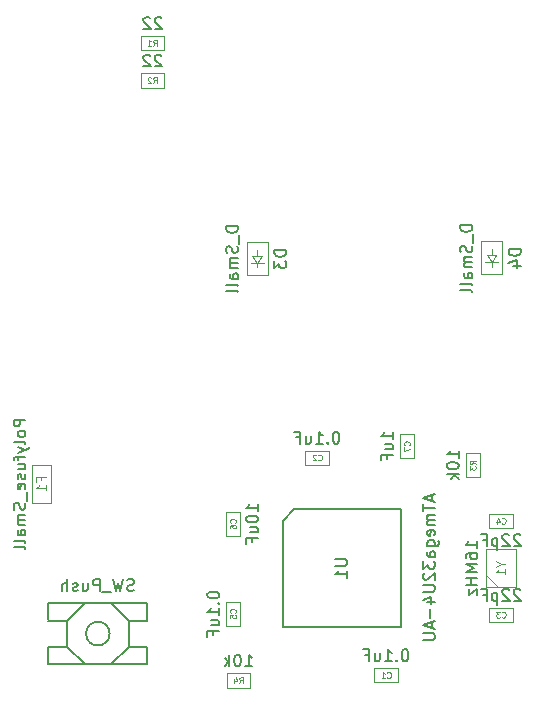
<source format=gbr>
G04 #@! TF.GenerationSoftware,KiCad,Pcbnew,(5.1.4)-1*
G04 #@! TF.CreationDate,2023-01-16T00:03:53+01:00*
G04 #@! TF.ProjectId,2ButtonKeyboardPCB,32427574-746f-46e4-9b65-79626f617264,rev?*
G04 #@! TF.SameCoordinates,Original*
G04 #@! TF.FileFunction,Other,Fab,Bot*
%FSLAX46Y46*%
G04 Gerber Fmt 4.6, Leading zero omitted, Abs format (unit mm)*
G04 Created by KiCad (PCBNEW (5.1.4)-1) date 2023-01-16 00:03:53*
%MOMM*%
%LPD*%
G04 APERTURE LIST*
%ADD10C,0.100000*%
%ADD11C,0.150000*%
%ADD12C,0.105000*%
%ADD13C,0.080000*%
%ADD14C,0.120000*%
G04 APERTURE END LIST*
D10*
X169968750Y-72043750D02*
X169968750Y-69243750D01*
X169968750Y-69243750D02*
X168168750Y-69243750D01*
X168168750Y-69243750D02*
X168168750Y-72043750D01*
X168168750Y-72043750D02*
X169968750Y-72043750D01*
X169068750Y-71393750D02*
X169068750Y-70993750D01*
X169068750Y-70993750D02*
X169618750Y-70993750D01*
X169068750Y-70993750D02*
X168518750Y-70993750D01*
X169068750Y-70993750D02*
X169468750Y-70393750D01*
X169468750Y-70393750D02*
X168668750Y-70393750D01*
X168668750Y-70393750D02*
X169068750Y-70993750D01*
X169068750Y-70393750D02*
X169068750Y-69893750D01*
X189812500Y-71981250D02*
X189812500Y-69181250D01*
X189812500Y-69181250D02*
X188012500Y-69181250D01*
X188012500Y-69181250D02*
X188012500Y-71981250D01*
X188012500Y-71981250D02*
X189812500Y-71981250D01*
X188912500Y-71331250D02*
X188912500Y-70931250D01*
X188912500Y-70931250D02*
X189462500Y-70931250D01*
X188912500Y-70931250D02*
X188362500Y-70931250D01*
X188912500Y-70931250D02*
X189312500Y-70331250D01*
X189312500Y-70331250D02*
X188512500Y-70331250D01*
X188512500Y-70331250D02*
X188912500Y-70931250D01*
X188912500Y-70331250D02*
X188912500Y-69831250D01*
X189456250Y-98437500D02*
X188456250Y-97437500D01*
X190956250Y-95237500D02*
X190956250Y-98437500D01*
X188456250Y-95237500D02*
X190956250Y-95237500D01*
X188456250Y-98437500D02*
X188456250Y-95237500D01*
X190956250Y-98437500D02*
X188456250Y-98437500D01*
D11*
X172212500Y-91837500D02*
X171212500Y-92837500D01*
X181212500Y-91837500D02*
X172212500Y-91837500D01*
X181212500Y-101837500D02*
X181212500Y-91837500D01*
X171212500Y-101837500D02*
X181212500Y-101837500D01*
X171212500Y-92837500D02*
X171212500Y-101837500D01*
X159775000Y-99793750D02*
X151375000Y-99793750D01*
X151375000Y-99793750D02*
X151375000Y-101193750D01*
X151375000Y-101293750D02*
X152975000Y-101293750D01*
X152975000Y-101293750D02*
X152975000Y-103493750D01*
X152975000Y-103493750D02*
X151375000Y-103493750D01*
X151375000Y-103493750D02*
X151375000Y-104993750D01*
X151375000Y-104993750D02*
X159775000Y-104993750D01*
X159775000Y-104993750D02*
X159775000Y-103493750D01*
X159775000Y-103493750D02*
X158175000Y-103493750D01*
X158175000Y-103493750D02*
X158175000Y-101293750D01*
X158175000Y-101293750D02*
X159775000Y-101293750D01*
X159775000Y-101293750D02*
X159775000Y-99793750D01*
X156575000Y-102393750D02*
G75*
G03X156575000Y-102393750I-1000000J0D01*
G01*
X158175000Y-101293750D02*
X156675000Y-99793750D01*
X152975000Y-101293750D02*
X154475000Y-99793750D01*
X152975000Y-103493750D02*
X154475000Y-104993750D01*
X158175000Y-103493750D02*
X156675000Y-104993750D01*
D10*
X168481250Y-105762500D02*
X166481250Y-105762500D01*
X168481250Y-106962500D02*
X168481250Y-105762500D01*
X166481250Y-106962500D02*
X168481250Y-106962500D01*
X166481250Y-105762500D02*
X166481250Y-106962500D01*
X186725000Y-87106250D02*
X186725000Y-89106250D01*
X187925000Y-87106250D02*
X186725000Y-87106250D01*
X187925000Y-89106250D02*
X187925000Y-87106250D01*
X186725000Y-89106250D02*
X187925000Y-89106250D01*
X161193750Y-54962500D02*
X159193750Y-54962500D01*
X161193750Y-56162500D02*
X161193750Y-54962500D01*
X159193750Y-56162500D02*
X161193750Y-56162500D01*
X159193750Y-54962500D02*
X159193750Y-56162500D01*
X161193750Y-51787500D02*
X159193750Y-51787500D01*
X161193750Y-52987500D02*
X161193750Y-51787500D01*
X159193750Y-52987500D02*
X161193750Y-52987500D01*
X159193750Y-51787500D02*
X159193750Y-52987500D01*
X150012500Y-88093750D02*
X150012500Y-91293750D01*
X151612500Y-88093750D02*
X150012500Y-88093750D01*
X151612500Y-91293750D02*
X151612500Y-88093750D01*
X150012500Y-91293750D02*
X151612500Y-91293750D01*
X181168750Y-85518750D02*
X181168750Y-87518750D01*
X182368750Y-85518750D02*
X181168750Y-85518750D01*
X182368750Y-87518750D02*
X182368750Y-85518750D01*
X181168750Y-87518750D02*
X182368750Y-87518750D01*
X167636750Y-94091000D02*
X167636750Y-92091000D01*
X166436750Y-94091000D02*
X167636750Y-94091000D01*
X166436750Y-92091000D02*
X166436750Y-94091000D01*
X167636750Y-92091000D02*
X166436750Y-92091000D01*
X166436750Y-99711000D02*
X166436750Y-101711000D01*
X167636750Y-99711000D02*
X166436750Y-99711000D01*
X167636750Y-101711000D02*
X167636750Y-99711000D01*
X166436750Y-101711000D02*
X167636750Y-101711000D01*
X188706250Y-93468750D02*
X190706250Y-93468750D01*
X188706250Y-92268750D02*
X188706250Y-93468750D01*
X190706250Y-92268750D02*
X188706250Y-92268750D01*
X190706250Y-93468750D02*
X190706250Y-92268750D01*
X190706250Y-100206250D02*
X188706250Y-100206250D01*
X190706250Y-101406250D02*
X190706250Y-100206250D01*
X188706250Y-101406250D02*
X190706250Y-101406250D01*
X188706250Y-100206250D02*
X188706250Y-101406250D01*
X175148750Y-86903000D02*
X173148750Y-86903000D01*
X175148750Y-88103000D02*
X175148750Y-86903000D01*
X173148750Y-88103000D02*
X175148750Y-88103000D01*
X173148750Y-86903000D02*
X173148750Y-88103000D01*
X180990750Y-105318000D02*
X178990750Y-105318000D01*
X180990750Y-106518000D02*
X180990750Y-105318000D01*
X178990750Y-106518000D02*
X180990750Y-106518000D01*
X178990750Y-105318000D02*
X178990750Y-106518000D01*
D11*
X167421130Y-67881845D02*
X166421130Y-67881845D01*
X166421130Y-68119940D01*
X166468750Y-68262797D01*
X166563988Y-68358035D01*
X166659226Y-68405654D01*
X166849702Y-68453273D01*
X166992559Y-68453273D01*
X167183035Y-68405654D01*
X167278273Y-68358035D01*
X167373511Y-68262797D01*
X167421130Y-68119940D01*
X167421130Y-67881845D01*
X167516369Y-68643750D02*
X167516369Y-69405654D01*
X167373511Y-69596130D02*
X167421130Y-69738988D01*
X167421130Y-69977083D01*
X167373511Y-70072321D01*
X167325892Y-70119940D01*
X167230654Y-70167559D01*
X167135416Y-70167559D01*
X167040178Y-70119940D01*
X166992559Y-70072321D01*
X166944940Y-69977083D01*
X166897321Y-69786607D01*
X166849702Y-69691369D01*
X166802083Y-69643750D01*
X166706845Y-69596130D01*
X166611607Y-69596130D01*
X166516369Y-69643750D01*
X166468750Y-69691369D01*
X166421130Y-69786607D01*
X166421130Y-70024702D01*
X166468750Y-70167559D01*
X167421130Y-70596130D02*
X166754464Y-70596130D01*
X166849702Y-70596130D02*
X166802083Y-70643750D01*
X166754464Y-70738988D01*
X166754464Y-70881845D01*
X166802083Y-70977083D01*
X166897321Y-71024702D01*
X167421130Y-71024702D01*
X166897321Y-71024702D02*
X166802083Y-71072321D01*
X166754464Y-71167559D01*
X166754464Y-71310416D01*
X166802083Y-71405654D01*
X166897321Y-71453273D01*
X167421130Y-71453273D01*
X167421130Y-72358035D02*
X166897321Y-72358035D01*
X166802083Y-72310416D01*
X166754464Y-72215178D01*
X166754464Y-72024702D01*
X166802083Y-71929464D01*
X167373511Y-72358035D02*
X167421130Y-72262797D01*
X167421130Y-72024702D01*
X167373511Y-71929464D01*
X167278273Y-71881845D01*
X167183035Y-71881845D01*
X167087797Y-71929464D01*
X167040178Y-72024702D01*
X167040178Y-72262797D01*
X166992559Y-72358035D01*
X167421130Y-72977083D02*
X167373511Y-72881845D01*
X167278273Y-72834226D01*
X166421130Y-72834226D01*
X167421130Y-73500892D02*
X167373511Y-73405654D01*
X167278273Y-73358035D01*
X166421130Y-73358035D01*
X171521130Y-69905654D02*
X170521130Y-69905654D01*
X170521130Y-70143750D01*
X170568750Y-70286607D01*
X170663988Y-70381845D01*
X170759226Y-70429464D01*
X170949702Y-70477083D01*
X171092559Y-70477083D01*
X171283035Y-70429464D01*
X171378273Y-70381845D01*
X171473511Y-70286607D01*
X171521130Y-70143750D01*
X171521130Y-69905654D01*
X170521130Y-70810416D02*
X170521130Y-71429464D01*
X170902083Y-71096130D01*
X170902083Y-71238988D01*
X170949702Y-71334226D01*
X170997321Y-71381845D01*
X171092559Y-71429464D01*
X171330654Y-71429464D01*
X171425892Y-71381845D01*
X171473511Y-71334226D01*
X171521130Y-71238988D01*
X171521130Y-70953273D01*
X171473511Y-70858035D01*
X171425892Y-70810416D01*
X187264880Y-67819345D02*
X186264880Y-67819345D01*
X186264880Y-68057440D01*
X186312500Y-68200297D01*
X186407738Y-68295535D01*
X186502976Y-68343154D01*
X186693452Y-68390773D01*
X186836309Y-68390773D01*
X187026785Y-68343154D01*
X187122023Y-68295535D01*
X187217261Y-68200297D01*
X187264880Y-68057440D01*
X187264880Y-67819345D01*
X187360119Y-68581250D02*
X187360119Y-69343154D01*
X187217261Y-69533630D02*
X187264880Y-69676488D01*
X187264880Y-69914583D01*
X187217261Y-70009821D01*
X187169642Y-70057440D01*
X187074404Y-70105059D01*
X186979166Y-70105059D01*
X186883928Y-70057440D01*
X186836309Y-70009821D01*
X186788690Y-69914583D01*
X186741071Y-69724107D01*
X186693452Y-69628869D01*
X186645833Y-69581250D01*
X186550595Y-69533630D01*
X186455357Y-69533630D01*
X186360119Y-69581250D01*
X186312500Y-69628869D01*
X186264880Y-69724107D01*
X186264880Y-69962202D01*
X186312500Y-70105059D01*
X187264880Y-70533630D02*
X186598214Y-70533630D01*
X186693452Y-70533630D02*
X186645833Y-70581250D01*
X186598214Y-70676488D01*
X186598214Y-70819345D01*
X186645833Y-70914583D01*
X186741071Y-70962202D01*
X187264880Y-70962202D01*
X186741071Y-70962202D02*
X186645833Y-71009821D01*
X186598214Y-71105059D01*
X186598214Y-71247916D01*
X186645833Y-71343154D01*
X186741071Y-71390773D01*
X187264880Y-71390773D01*
X187264880Y-72295535D02*
X186741071Y-72295535D01*
X186645833Y-72247916D01*
X186598214Y-72152678D01*
X186598214Y-71962202D01*
X186645833Y-71866964D01*
X187217261Y-72295535D02*
X187264880Y-72200297D01*
X187264880Y-71962202D01*
X187217261Y-71866964D01*
X187122023Y-71819345D01*
X187026785Y-71819345D01*
X186931547Y-71866964D01*
X186883928Y-71962202D01*
X186883928Y-72200297D01*
X186836309Y-72295535D01*
X187264880Y-72914583D02*
X187217261Y-72819345D01*
X187122023Y-72771726D01*
X186264880Y-72771726D01*
X187264880Y-73438392D02*
X187217261Y-73343154D01*
X187122023Y-73295535D01*
X186264880Y-73295535D01*
X191364880Y-69843154D02*
X190364880Y-69843154D01*
X190364880Y-70081250D01*
X190412500Y-70224107D01*
X190507738Y-70319345D01*
X190602976Y-70366964D01*
X190793452Y-70414583D01*
X190936309Y-70414583D01*
X191126785Y-70366964D01*
X191222023Y-70319345D01*
X191317261Y-70224107D01*
X191364880Y-70081250D01*
X191364880Y-69843154D01*
X190698214Y-71271726D02*
X191364880Y-71271726D01*
X190317261Y-71033630D02*
X191031547Y-70795535D01*
X191031547Y-71414583D01*
X187708630Y-95147023D02*
X187708630Y-94575595D01*
X187708630Y-94861309D02*
X186708630Y-94861309D01*
X186851488Y-94766071D01*
X186946726Y-94670833D01*
X186994345Y-94575595D01*
X186708630Y-96004166D02*
X186708630Y-95813690D01*
X186756250Y-95718452D01*
X186803869Y-95670833D01*
X186946726Y-95575595D01*
X187137202Y-95527976D01*
X187518154Y-95527976D01*
X187613392Y-95575595D01*
X187661011Y-95623214D01*
X187708630Y-95718452D01*
X187708630Y-95908928D01*
X187661011Y-96004166D01*
X187613392Y-96051785D01*
X187518154Y-96099404D01*
X187280059Y-96099404D01*
X187184821Y-96051785D01*
X187137202Y-96004166D01*
X187089583Y-95908928D01*
X187089583Y-95718452D01*
X187137202Y-95623214D01*
X187184821Y-95575595D01*
X187280059Y-95527976D01*
X187708630Y-96527976D02*
X186708630Y-96527976D01*
X187422916Y-96861309D01*
X186708630Y-97194642D01*
X187708630Y-97194642D01*
X187708630Y-97670833D02*
X186708630Y-97670833D01*
X187184821Y-97670833D02*
X187184821Y-98242261D01*
X187708630Y-98242261D02*
X186708630Y-98242261D01*
X187041964Y-98623214D02*
X187041964Y-99147023D01*
X187708630Y-98623214D01*
X187708630Y-99147023D01*
D12*
X189689583Y-96504166D02*
X190022916Y-96504166D01*
X189322916Y-96270833D02*
X189689583Y-96504166D01*
X189322916Y-96737500D01*
X190022916Y-97337500D02*
X190022916Y-96937500D01*
X190022916Y-97137500D02*
X189322916Y-97137500D01*
X189422916Y-97070833D01*
X189489583Y-97004166D01*
X189522916Y-96937500D01*
D11*
X183829166Y-90694642D02*
X183829166Y-91170833D01*
X184114880Y-90599404D02*
X183114880Y-90932738D01*
X184114880Y-91266071D01*
X183114880Y-91456547D02*
X183114880Y-92027976D01*
X184114880Y-91742261D02*
X183114880Y-91742261D01*
X184114880Y-92361309D02*
X183448214Y-92361309D01*
X183543452Y-92361309D02*
X183495833Y-92408928D01*
X183448214Y-92504166D01*
X183448214Y-92647023D01*
X183495833Y-92742261D01*
X183591071Y-92789880D01*
X184114880Y-92789880D01*
X183591071Y-92789880D02*
X183495833Y-92837500D01*
X183448214Y-92932738D01*
X183448214Y-93075595D01*
X183495833Y-93170833D01*
X183591071Y-93218452D01*
X184114880Y-93218452D01*
X184067261Y-94075595D02*
X184114880Y-93980357D01*
X184114880Y-93789880D01*
X184067261Y-93694642D01*
X183972023Y-93647023D01*
X183591071Y-93647023D01*
X183495833Y-93694642D01*
X183448214Y-93789880D01*
X183448214Y-93980357D01*
X183495833Y-94075595D01*
X183591071Y-94123214D01*
X183686309Y-94123214D01*
X183781547Y-93647023D01*
X183448214Y-94980357D02*
X184257738Y-94980357D01*
X184352976Y-94932738D01*
X184400595Y-94885119D01*
X184448214Y-94789880D01*
X184448214Y-94647023D01*
X184400595Y-94551785D01*
X184067261Y-94980357D02*
X184114880Y-94885119D01*
X184114880Y-94694642D01*
X184067261Y-94599404D01*
X184019642Y-94551785D01*
X183924404Y-94504166D01*
X183638690Y-94504166D01*
X183543452Y-94551785D01*
X183495833Y-94599404D01*
X183448214Y-94694642D01*
X183448214Y-94885119D01*
X183495833Y-94980357D01*
X184114880Y-95885119D02*
X183591071Y-95885119D01*
X183495833Y-95837500D01*
X183448214Y-95742261D01*
X183448214Y-95551785D01*
X183495833Y-95456547D01*
X184067261Y-95885119D02*
X184114880Y-95789880D01*
X184114880Y-95551785D01*
X184067261Y-95456547D01*
X183972023Y-95408928D01*
X183876785Y-95408928D01*
X183781547Y-95456547D01*
X183733928Y-95551785D01*
X183733928Y-95789880D01*
X183686309Y-95885119D01*
X183114880Y-96266071D02*
X183114880Y-96885119D01*
X183495833Y-96551785D01*
X183495833Y-96694642D01*
X183543452Y-96789880D01*
X183591071Y-96837500D01*
X183686309Y-96885119D01*
X183924404Y-96885119D01*
X184019642Y-96837500D01*
X184067261Y-96789880D01*
X184114880Y-96694642D01*
X184114880Y-96408928D01*
X184067261Y-96313690D01*
X184019642Y-96266071D01*
X183210119Y-97266071D02*
X183162500Y-97313690D01*
X183114880Y-97408928D01*
X183114880Y-97647023D01*
X183162500Y-97742261D01*
X183210119Y-97789880D01*
X183305357Y-97837500D01*
X183400595Y-97837500D01*
X183543452Y-97789880D01*
X184114880Y-97218452D01*
X184114880Y-97837500D01*
X183114880Y-98266071D02*
X183924404Y-98266071D01*
X184019642Y-98313690D01*
X184067261Y-98361309D01*
X184114880Y-98456547D01*
X184114880Y-98647023D01*
X184067261Y-98742261D01*
X184019642Y-98789880D01*
X183924404Y-98837500D01*
X183114880Y-98837500D01*
X183448214Y-99742261D02*
X184114880Y-99742261D01*
X183067261Y-99504166D02*
X183781547Y-99266071D01*
X183781547Y-99885119D01*
X183733928Y-100266071D02*
X183733928Y-101027976D01*
X183829166Y-101456547D02*
X183829166Y-101932738D01*
X184114880Y-101361309D02*
X183114880Y-101694642D01*
X184114880Y-102027976D01*
X183114880Y-102361309D02*
X183924404Y-102361309D01*
X184019642Y-102408928D01*
X184067261Y-102456547D01*
X184114880Y-102551785D01*
X184114880Y-102742261D01*
X184067261Y-102837500D01*
X184019642Y-102885119D01*
X183924404Y-102932738D01*
X183114880Y-102932738D01*
X175664880Y-96075595D02*
X176474404Y-96075595D01*
X176569642Y-96123214D01*
X176617261Y-96170833D01*
X176664880Y-96266071D01*
X176664880Y-96456547D01*
X176617261Y-96551785D01*
X176569642Y-96599404D01*
X176474404Y-96647023D01*
X175664880Y-96647023D01*
X176664880Y-97647023D02*
X176664880Y-97075595D01*
X176664880Y-97361309D02*
X175664880Y-97361309D01*
X175807738Y-97266071D01*
X175902976Y-97170833D01*
X175950595Y-97075595D01*
X158622619Y-98734511D02*
X158479761Y-98782130D01*
X158241666Y-98782130D01*
X158146428Y-98734511D01*
X158098809Y-98686892D01*
X158051190Y-98591654D01*
X158051190Y-98496416D01*
X158098809Y-98401178D01*
X158146428Y-98353559D01*
X158241666Y-98305940D01*
X158432142Y-98258321D01*
X158527380Y-98210702D01*
X158575000Y-98163083D01*
X158622619Y-98067845D01*
X158622619Y-97972607D01*
X158575000Y-97877369D01*
X158527380Y-97829750D01*
X158432142Y-97782130D01*
X158194047Y-97782130D01*
X158051190Y-97829750D01*
X157717857Y-97782130D02*
X157479761Y-98782130D01*
X157289285Y-98067845D01*
X157098809Y-98782130D01*
X156860714Y-97782130D01*
X156717857Y-98877369D02*
X155955952Y-98877369D01*
X155717857Y-98782130D02*
X155717857Y-97782130D01*
X155336904Y-97782130D01*
X155241666Y-97829750D01*
X155194047Y-97877369D01*
X155146428Y-97972607D01*
X155146428Y-98115464D01*
X155194047Y-98210702D01*
X155241666Y-98258321D01*
X155336904Y-98305940D01*
X155717857Y-98305940D01*
X154289285Y-98115464D02*
X154289285Y-98782130D01*
X154717857Y-98115464D02*
X154717857Y-98639273D01*
X154670238Y-98734511D01*
X154575000Y-98782130D01*
X154432142Y-98782130D01*
X154336904Y-98734511D01*
X154289285Y-98686892D01*
X153860714Y-98734511D02*
X153765476Y-98782130D01*
X153575000Y-98782130D01*
X153479761Y-98734511D01*
X153432142Y-98639273D01*
X153432142Y-98591654D01*
X153479761Y-98496416D01*
X153575000Y-98448797D01*
X153717857Y-98448797D01*
X153813095Y-98401178D01*
X153860714Y-98305940D01*
X153860714Y-98258321D01*
X153813095Y-98163083D01*
X153717857Y-98115464D01*
X153575000Y-98115464D01*
X153479761Y-98163083D01*
X153003571Y-98782130D02*
X153003571Y-97782130D01*
X152575000Y-98782130D02*
X152575000Y-98258321D01*
X152622619Y-98163083D01*
X152717857Y-98115464D01*
X152860714Y-98115464D01*
X152955952Y-98163083D01*
X153003571Y-98210702D01*
X168076488Y-105164880D02*
X168647916Y-105164880D01*
X168362202Y-105164880D02*
X168362202Y-104164880D01*
X168457440Y-104307738D01*
X168552678Y-104402976D01*
X168647916Y-104450595D01*
X167457440Y-104164880D02*
X167362202Y-104164880D01*
X167266964Y-104212500D01*
X167219345Y-104260119D01*
X167171726Y-104355357D01*
X167124107Y-104545833D01*
X167124107Y-104783928D01*
X167171726Y-104974404D01*
X167219345Y-105069642D01*
X167266964Y-105117261D01*
X167362202Y-105164880D01*
X167457440Y-105164880D01*
X167552678Y-105117261D01*
X167600297Y-105069642D01*
X167647916Y-104974404D01*
X167695535Y-104783928D01*
X167695535Y-104545833D01*
X167647916Y-104355357D01*
X167600297Y-104260119D01*
X167552678Y-104212500D01*
X167457440Y-104164880D01*
X166695535Y-105164880D02*
X166695535Y-104164880D01*
X166600297Y-104783928D02*
X166314583Y-105164880D01*
X166314583Y-104498214D02*
X166695535Y-104879166D01*
D13*
X167564583Y-106588690D02*
X167731250Y-106350595D01*
X167850297Y-106588690D02*
X167850297Y-106088690D01*
X167659821Y-106088690D01*
X167612202Y-106112500D01*
X167588392Y-106136309D01*
X167564583Y-106183928D01*
X167564583Y-106255357D01*
X167588392Y-106302976D01*
X167612202Y-106326785D01*
X167659821Y-106350595D01*
X167850297Y-106350595D01*
X167136011Y-106255357D02*
X167136011Y-106588690D01*
X167255059Y-106064880D02*
X167374107Y-106422023D01*
X167064583Y-106422023D01*
D11*
X186127380Y-87511011D02*
X186127380Y-86939583D01*
X186127380Y-87225297D02*
X185127380Y-87225297D01*
X185270238Y-87130059D01*
X185365476Y-87034821D01*
X185413095Y-86939583D01*
X185127380Y-88130059D02*
X185127380Y-88225297D01*
X185175000Y-88320535D01*
X185222619Y-88368154D01*
X185317857Y-88415773D01*
X185508333Y-88463392D01*
X185746428Y-88463392D01*
X185936904Y-88415773D01*
X186032142Y-88368154D01*
X186079761Y-88320535D01*
X186127380Y-88225297D01*
X186127380Y-88130059D01*
X186079761Y-88034821D01*
X186032142Y-87987202D01*
X185936904Y-87939583D01*
X185746428Y-87891964D01*
X185508333Y-87891964D01*
X185317857Y-87939583D01*
X185222619Y-87987202D01*
X185175000Y-88034821D01*
X185127380Y-88130059D01*
X186127380Y-88891964D02*
X185127380Y-88891964D01*
X185746428Y-88987202D02*
X186127380Y-89272916D01*
X185460714Y-89272916D02*
X185841666Y-88891964D01*
D13*
X187551190Y-88022916D02*
X187313095Y-87856250D01*
X187551190Y-87737202D02*
X187051190Y-87737202D01*
X187051190Y-87927678D01*
X187075000Y-87975297D01*
X187098809Y-87999107D01*
X187146428Y-88022916D01*
X187217857Y-88022916D01*
X187265476Y-87999107D01*
X187289285Y-87975297D01*
X187313095Y-87927678D01*
X187313095Y-87737202D01*
X187051190Y-88189583D02*
X187051190Y-88499107D01*
X187241666Y-88332440D01*
X187241666Y-88403869D01*
X187265476Y-88451488D01*
X187289285Y-88475297D01*
X187336904Y-88499107D01*
X187455952Y-88499107D01*
X187503571Y-88475297D01*
X187527380Y-88451488D01*
X187551190Y-88403869D01*
X187551190Y-88261011D01*
X187527380Y-88213392D01*
X187503571Y-88189583D01*
D11*
X160955654Y-53460119D02*
X160908035Y-53412500D01*
X160812797Y-53364880D01*
X160574702Y-53364880D01*
X160479464Y-53412500D01*
X160431845Y-53460119D01*
X160384226Y-53555357D01*
X160384226Y-53650595D01*
X160431845Y-53793452D01*
X161003273Y-54364880D01*
X160384226Y-54364880D01*
X160003273Y-53460119D02*
X159955654Y-53412500D01*
X159860416Y-53364880D01*
X159622321Y-53364880D01*
X159527083Y-53412500D01*
X159479464Y-53460119D01*
X159431845Y-53555357D01*
X159431845Y-53650595D01*
X159479464Y-53793452D01*
X160050892Y-54364880D01*
X159431845Y-54364880D01*
D13*
X160277083Y-55788690D02*
X160443750Y-55550595D01*
X160562797Y-55788690D02*
X160562797Y-55288690D01*
X160372321Y-55288690D01*
X160324702Y-55312500D01*
X160300892Y-55336309D01*
X160277083Y-55383928D01*
X160277083Y-55455357D01*
X160300892Y-55502976D01*
X160324702Y-55526785D01*
X160372321Y-55550595D01*
X160562797Y-55550595D01*
X160086607Y-55336309D02*
X160062797Y-55312500D01*
X160015178Y-55288690D01*
X159896130Y-55288690D01*
X159848511Y-55312500D01*
X159824702Y-55336309D01*
X159800892Y-55383928D01*
X159800892Y-55431547D01*
X159824702Y-55502976D01*
X160110416Y-55788690D01*
X159800892Y-55788690D01*
D11*
X160955654Y-50285119D02*
X160908035Y-50237500D01*
X160812797Y-50189880D01*
X160574702Y-50189880D01*
X160479464Y-50237500D01*
X160431845Y-50285119D01*
X160384226Y-50380357D01*
X160384226Y-50475595D01*
X160431845Y-50618452D01*
X161003273Y-51189880D01*
X160384226Y-51189880D01*
X160003273Y-50285119D02*
X159955654Y-50237500D01*
X159860416Y-50189880D01*
X159622321Y-50189880D01*
X159527083Y-50237500D01*
X159479464Y-50285119D01*
X159431845Y-50380357D01*
X159431845Y-50475595D01*
X159479464Y-50618452D01*
X160050892Y-51189880D01*
X159431845Y-51189880D01*
D13*
X160277083Y-52613690D02*
X160443750Y-52375595D01*
X160562797Y-52613690D02*
X160562797Y-52113690D01*
X160372321Y-52113690D01*
X160324702Y-52137500D01*
X160300892Y-52161309D01*
X160277083Y-52208928D01*
X160277083Y-52280357D01*
X160300892Y-52327976D01*
X160324702Y-52351785D01*
X160372321Y-52375595D01*
X160562797Y-52375595D01*
X159800892Y-52613690D02*
X160086607Y-52613690D01*
X159943750Y-52613690D02*
X159943750Y-52113690D01*
X159991369Y-52185119D01*
X160038988Y-52232738D01*
X160086607Y-52256547D01*
D11*
X149444880Y-84265178D02*
X148444880Y-84265178D01*
X148444880Y-84646130D01*
X148492500Y-84741369D01*
X148540119Y-84788988D01*
X148635357Y-84836607D01*
X148778214Y-84836607D01*
X148873452Y-84788988D01*
X148921071Y-84741369D01*
X148968690Y-84646130D01*
X148968690Y-84265178D01*
X149444880Y-85408035D02*
X149397261Y-85312797D01*
X149349642Y-85265178D01*
X149254404Y-85217559D01*
X148968690Y-85217559D01*
X148873452Y-85265178D01*
X148825833Y-85312797D01*
X148778214Y-85408035D01*
X148778214Y-85550892D01*
X148825833Y-85646130D01*
X148873452Y-85693750D01*
X148968690Y-85741369D01*
X149254404Y-85741369D01*
X149349642Y-85693750D01*
X149397261Y-85646130D01*
X149444880Y-85550892D01*
X149444880Y-85408035D01*
X149444880Y-86312797D02*
X149397261Y-86217559D01*
X149302023Y-86169940D01*
X148444880Y-86169940D01*
X148778214Y-86598511D02*
X149444880Y-86836607D01*
X148778214Y-87074702D02*
X149444880Y-86836607D01*
X149682976Y-86741369D01*
X149730595Y-86693750D01*
X149778214Y-86598511D01*
X148778214Y-87312797D02*
X148778214Y-87693750D01*
X149444880Y-87455654D02*
X148587738Y-87455654D01*
X148492500Y-87503273D01*
X148444880Y-87598511D01*
X148444880Y-87693750D01*
X148778214Y-88455654D02*
X149444880Y-88455654D01*
X148778214Y-88027083D02*
X149302023Y-88027083D01*
X149397261Y-88074702D01*
X149444880Y-88169940D01*
X149444880Y-88312797D01*
X149397261Y-88408035D01*
X149349642Y-88455654D01*
X149397261Y-88884226D02*
X149444880Y-88979464D01*
X149444880Y-89169940D01*
X149397261Y-89265178D01*
X149302023Y-89312797D01*
X149254404Y-89312797D01*
X149159166Y-89265178D01*
X149111547Y-89169940D01*
X149111547Y-89027083D01*
X149063928Y-88931845D01*
X148968690Y-88884226D01*
X148921071Y-88884226D01*
X148825833Y-88931845D01*
X148778214Y-89027083D01*
X148778214Y-89169940D01*
X148825833Y-89265178D01*
X149397261Y-90122321D02*
X149444880Y-90027083D01*
X149444880Y-89836607D01*
X149397261Y-89741369D01*
X149302023Y-89693750D01*
X148921071Y-89693750D01*
X148825833Y-89741369D01*
X148778214Y-89836607D01*
X148778214Y-90027083D01*
X148825833Y-90122321D01*
X148921071Y-90169940D01*
X149016309Y-90169940D01*
X149111547Y-89693750D01*
X149540119Y-90360416D02*
X149540119Y-91122321D01*
X149397261Y-91312797D02*
X149444880Y-91455654D01*
X149444880Y-91693750D01*
X149397261Y-91788988D01*
X149349642Y-91836607D01*
X149254404Y-91884226D01*
X149159166Y-91884226D01*
X149063928Y-91836607D01*
X149016309Y-91788988D01*
X148968690Y-91693750D01*
X148921071Y-91503273D01*
X148873452Y-91408035D01*
X148825833Y-91360416D01*
X148730595Y-91312797D01*
X148635357Y-91312797D01*
X148540119Y-91360416D01*
X148492500Y-91408035D01*
X148444880Y-91503273D01*
X148444880Y-91741369D01*
X148492500Y-91884226D01*
X149444880Y-92312797D02*
X148778214Y-92312797D01*
X148873452Y-92312797D02*
X148825833Y-92360416D01*
X148778214Y-92455654D01*
X148778214Y-92598511D01*
X148825833Y-92693750D01*
X148921071Y-92741369D01*
X149444880Y-92741369D01*
X148921071Y-92741369D02*
X148825833Y-92788988D01*
X148778214Y-92884226D01*
X148778214Y-93027083D01*
X148825833Y-93122321D01*
X148921071Y-93169940D01*
X149444880Y-93169940D01*
X149444880Y-94074702D02*
X148921071Y-94074702D01*
X148825833Y-94027083D01*
X148778214Y-93931845D01*
X148778214Y-93741369D01*
X148825833Y-93646130D01*
X149397261Y-94074702D02*
X149444880Y-93979464D01*
X149444880Y-93741369D01*
X149397261Y-93646130D01*
X149302023Y-93598511D01*
X149206785Y-93598511D01*
X149111547Y-93646130D01*
X149063928Y-93741369D01*
X149063928Y-93979464D01*
X149016309Y-94074702D01*
X149444880Y-94693750D02*
X149397261Y-94598511D01*
X149302023Y-94550892D01*
X148444880Y-94550892D01*
X149444880Y-95217559D02*
X149397261Y-95122321D01*
X149302023Y-95074702D01*
X148444880Y-95074702D01*
D14*
X150755357Y-89427083D02*
X150755357Y-89160416D01*
X151174404Y-89160416D02*
X150374404Y-89160416D01*
X150374404Y-89541369D01*
X151174404Y-90265178D02*
X151174404Y-89808035D01*
X151174404Y-90036607D02*
X150374404Y-90036607D01*
X150488690Y-89960416D01*
X150564880Y-89884226D01*
X150602976Y-89808035D01*
D11*
X180571130Y-85923511D02*
X180571130Y-85352083D01*
X180571130Y-85637797D02*
X179571130Y-85637797D01*
X179713988Y-85542559D01*
X179809226Y-85447321D01*
X179856845Y-85352083D01*
X179904464Y-86780654D02*
X180571130Y-86780654D01*
X179904464Y-86352083D02*
X180428273Y-86352083D01*
X180523511Y-86399702D01*
X180571130Y-86494940D01*
X180571130Y-86637797D01*
X180523511Y-86733035D01*
X180475892Y-86780654D01*
X180047321Y-87590178D02*
X180047321Y-87256845D01*
X180571130Y-87256845D02*
X179571130Y-87256845D01*
X179571130Y-87733035D01*
D13*
X181947321Y-86435416D02*
X181971130Y-86411607D01*
X181994940Y-86340178D01*
X181994940Y-86292559D01*
X181971130Y-86221130D01*
X181923511Y-86173511D01*
X181875892Y-86149702D01*
X181780654Y-86125892D01*
X181709226Y-86125892D01*
X181613988Y-86149702D01*
X181566369Y-86173511D01*
X181518750Y-86221130D01*
X181494940Y-86292559D01*
X181494940Y-86340178D01*
X181518750Y-86411607D01*
X181542559Y-86435416D01*
X181494940Y-86602083D02*
X181494940Y-86935416D01*
X181994940Y-86721130D01*
D11*
X169139130Y-92019571D02*
X169139130Y-91448142D01*
X169139130Y-91733857D02*
X168139130Y-91733857D01*
X168281988Y-91638619D01*
X168377226Y-91543380D01*
X168424845Y-91448142D01*
X168139130Y-92638619D02*
X168139130Y-92733857D01*
X168186750Y-92829095D01*
X168234369Y-92876714D01*
X168329607Y-92924333D01*
X168520083Y-92971952D01*
X168758178Y-92971952D01*
X168948654Y-92924333D01*
X169043892Y-92876714D01*
X169091511Y-92829095D01*
X169139130Y-92733857D01*
X169139130Y-92638619D01*
X169091511Y-92543380D01*
X169043892Y-92495761D01*
X168948654Y-92448142D01*
X168758178Y-92400523D01*
X168520083Y-92400523D01*
X168329607Y-92448142D01*
X168234369Y-92495761D01*
X168186750Y-92543380D01*
X168139130Y-92638619D01*
X168472464Y-93829095D02*
X169139130Y-93829095D01*
X168472464Y-93400523D02*
X168996273Y-93400523D01*
X169091511Y-93448142D01*
X169139130Y-93543380D01*
X169139130Y-93686238D01*
X169091511Y-93781476D01*
X169043892Y-93829095D01*
X168615321Y-94638619D02*
X168615321Y-94305285D01*
X169139130Y-94305285D02*
X168139130Y-94305285D01*
X168139130Y-94781476D01*
D13*
X167215321Y-93007666D02*
X167239130Y-92983857D01*
X167262940Y-92912428D01*
X167262940Y-92864809D01*
X167239130Y-92793380D01*
X167191511Y-92745761D01*
X167143892Y-92721952D01*
X167048654Y-92698142D01*
X166977226Y-92698142D01*
X166881988Y-92721952D01*
X166834369Y-92745761D01*
X166786750Y-92793380D01*
X166762940Y-92864809D01*
X166762940Y-92912428D01*
X166786750Y-92983857D01*
X166810559Y-93007666D01*
X166762940Y-93436238D02*
X166762940Y-93341000D01*
X166786750Y-93293380D01*
X166810559Y-93269571D01*
X166881988Y-93221952D01*
X166977226Y-93198142D01*
X167167702Y-93198142D01*
X167215321Y-93221952D01*
X167239130Y-93245761D01*
X167262940Y-93293380D01*
X167262940Y-93388619D01*
X167239130Y-93436238D01*
X167215321Y-93460047D01*
X167167702Y-93483857D01*
X167048654Y-93483857D01*
X167001035Y-93460047D01*
X166977226Y-93436238D01*
X166953416Y-93388619D01*
X166953416Y-93293380D01*
X166977226Y-93245761D01*
X167001035Y-93221952D01*
X167048654Y-93198142D01*
D11*
X164839130Y-99068142D02*
X164839130Y-99163380D01*
X164886750Y-99258619D01*
X164934369Y-99306238D01*
X165029607Y-99353857D01*
X165220083Y-99401476D01*
X165458178Y-99401476D01*
X165648654Y-99353857D01*
X165743892Y-99306238D01*
X165791511Y-99258619D01*
X165839130Y-99163380D01*
X165839130Y-99068142D01*
X165791511Y-98972904D01*
X165743892Y-98925285D01*
X165648654Y-98877666D01*
X165458178Y-98830047D01*
X165220083Y-98830047D01*
X165029607Y-98877666D01*
X164934369Y-98925285D01*
X164886750Y-98972904D01*
X164839130Y-99068142D01*
X165743892Y-99830047D02*
X165791511Y-99877666D01*
X165839130Y-99830047D01*
X165791511Y-99782428D01*
X165743892Y-99830047D01*
X165839130Y-99830047D01*
X165839130Y-100830047D02*
X165839130Y-100258619D01*
X165839130Y-100544333D02*
X164839130Y-100544333D01*
X164981988Y-100449095D01*
X165077226Y-100353857D01*
X165124845Y-100258619D01*
X165172464Y-101687190D02*
X165839130Y-101687190D01*
X165172464Y-101258619D02*
X165696273Y-101258619D01*
X165791511Y-101306238D01*
X165839130Y-101401476D01*
X165839130Y-101544333D01*
X165791511Y-101639571D01*
X165743892Y-101687190D01*
X165315321Y-102496714D02*
X165315321Y-102163380D01*
X165839130Y-102163380D02*
X164839130Y-102163380D01*
X164839130Y-102639571D01*
D13*
X167215321Y-100627666D02*
X167239130Y-100603857D01*
X167262940Y-100532428D01*
X167262940Y-100484809D01*
X167239130Y-100413380D01*
X167191511Y-100365761D01*
X167143892Y-100341952D01*
X167048654Y-100318142D01*
X166977226Y-100318142D01*
X166881988Y-100341952D01*
X166834369Y-100365761D01*
X166786750Y-100413380D01*
X166762940Y-100484809D01*
X166762940Y-100532428D01*
X166786750Y-100603857D01*
X166810559Y-100627666D01*
X166762940Y-101080047D02*
X166762940Y-100841952D01*
X167001035Y-100818142D01*
X166977226Y-100841952D01*
X166953416Y-100889571D01*
X166953416Y-101008619D01*
X166977226Y-101056238D01*
X167001035Y-101080047D01*
X167048654Y-101103857D01*
X167167702Y-101103857D01*
X167215321Y-101080047D01*
X167239130Y-101056238D01*
X167262940Y-101008619D01*
X167262940Y-100889571D01*
X167239130Y-100841952D01*
X167215321Y-100818142D01*
D11*
X191349107Y-94066369D02*
X191301488Y-94018750D01*
X191206250Y-93971130D01*
X190968154Y-93971130D01*
X190872916Y-94018750D01*
X190825297Y-94066369D01*
X190777678Y-94161607D01*
X190777678Y-94256845D01*
X190825297Y-94399702D01*
X191396726Y-94971130D01*
X190777678Y-94971130D01*
X190396726Y-94066369D02*
X190349107Y-94018750D01*
X190253869Y-93971130D01*
X190015773Y-93971130D01*
X189920535Y-94018750D01*
X189872916Y-94066369D01*
X189825297Y-94161607D01*
X189825297Y-94256845D01*
X189872916Y-94399702D01*
X190444345Y-94971130D01*
X189825297Y-94971130D01*
X189396726Y-94304464D02*
X189396726Y-95304464D01*
X189396726Y-94352083D02*
X189301488Y-94304464D01*
X189111011Y-94304464D01*
X189015773Y-94352083D01*
X188968154Y-94399702D01*
X188920535Y-94494940D01*
X188920535Y-94780654D01*
X188968154Y-94875892D01*
X189015773Y-94923511D01*
X189111011Y-94971130D01*
X189301488Y-94971130D01*
X189396726Y-94923511D01*
X188158630Y-94447321D02*
X188491964Y-94447321D01*
X188491964Y-94971130D02*
X188491964Y-93971130D01*
X188015773Y-93971130D01*
D13*
X189789583Y-93047321D02*
X189813392Y-93071130D01*
X189884821Y-93094940D01*
X189932440Y-93094940D01*
X190003869Y-93071130D01*
X190051488Y-93023511D01*
X190075297Y-92975892D01*
X190099107Y-92880654D01*
X190099107Y-92809226D01*
X190075297Y-92713988D01*
X190051488Y-92666369D01*
X190003869Y-92618750D01*
X189932440Y-92594940D01*
X189884821Y-92594940D01*
X189813392Y-92618750D01*
X189789583Y-92642559D01*
X189361011Y-92761607D02*
X189361011Y-93094940D01*
X189480059Y-92571130D02*
X189599107Y-92928273D01*
X189289583Y-92928273D01*
D11*
X191349107Y-98703869D02*
X191301488Y-98656250D01*
X191206250Y-98608630D01*
X190968154Y-98608630D01*
X190872916Y-98656250D01*
X190825297Y-98703869D01*
X190777678Y-98799107D01*
X190777678Y-98894345D01*
X190825297Y-99037202D01*
X191396726Y-99608630D01*
X190777678Y-99608630D01*
X190396726Y-98703869D02*
X190349107Y-98656250D01*
X190253869Y-98608630D01*
X190015773Y-98608630D01*
X189920535Y-98656250D01*
X189872916Y-98703869D01*
X189825297Y-98799107D01*
X189825297Y-98894345D01*
X189872916Y-99037202D01*
X190444345Y-99608630D01*
X189825297Y-99608630D01*
X189396726Y-98941964D02*
X189396726Y-99941964D01*
X189396726Y-98989583D02*
X189301488Y-98941964D01*
X189111011Y-98941964D01*
X189015773Y-98989583D01*
X188968154Y-99037202D01*
X188920535Y-99132440D01*
X188920535Y-99418154D01*
X188968154Y-99513392D01*
X189015773Y-99561011D01*
X189111011Y-99608630D01*
X189301488Y-99608630D01*
X189396726Y-99561011D01*
X188158630Y-99084821D02*
X188491964Y-99084821D01*
X188491964Y-99608630D02*
X188491964Y-98608630D01*
X188015773Y-98608630D01*
D13*
X189789583Y-100984821D02*
X189813392Y-101008630D01*
X189884821Y-101032440D01*
X189932440Y-101032440D01*
X190003869Y-101008630D01*
X190051488Y-100961011D01*
X190075297Y-100913392D01*
X190099107Y-100818154D01*
X190099107Y-100746726D01*
X190075297Y-100651488D01*
X190051488Y-100603869D01*
X190003869Y-100556250D01*
X189932440Y-100532440D01*
X189884821Y-100532440D01*
X189813392Y-100556250D01*
X189789583Y-100580059D01*
X189622916Y-100532440D02*
X189313392Y-100532440D01*
X189480059Y-100722916D01*
X189408630Y-100722916D01*
X189361011Y-100746726D01*
X189337202Y-100770535D01*
X189313392Y-100818154D01*
X189313392Y-100937202D01*
X189337202Y-100984821D01*
X189361011Y-101008630D01*
X189408630Y-101032440D01*
X189551488Y-101032440D01*
X189599107Y-101008630D01*
X189622916Y-100984821D01*
D11*
X175791607Y-85305380D02*
X175696369Y-85305380D01*
X175601130Y-85353000D01*
X175553511Y-85400619D01*
X175505892Y-85495857D01*
X175458273Y-85686333D01*
X175458273Y-85924428D01*
X175505892Y-86114904D01*
X175553511Y-86210142D01*
X175601130Y-86257761D01*
X175696369Y-86305380D01*
X175791607Y-86305380D01*
X175886845Y-86257761D01*
X175934464Y-86210142D01*
X175982083Y-86114904D01*
X176029702Y-85924428D01*
X176029702Y-85686333D01*
X175982083Y-85495857D01*
X175934464Y-85400619D01*
X175886845Y-85353000D01*
X175791607Y-85305380D01*
X175029702Y-86210142D02*
X174982083Y-86257761D01*
X175029702Y-86305380D01*
X175077321Y-86257761D01*
X175029702Y-86210142D01*
X175029702Y-86305380D01*
X174029702Y-86305380D02*
X174601130Y-86305380D01*
X174315416Y-86305380D02*
X174315416Y-85305380D01*
X174410654Y-85448238D01*
X174505892Y-85543476D01*
X174601130Y-85591095D01*
X173172559Y-85638714D02*
X173172559Y-86305380D01*
X173601130Y-85638714D02*
X173601130Y-86162523D01*
X173553511Y-86257761D01*
X173458273Y-86305380D01*
X173315416Y-86305380D01*
X173220178Y-86257761D01*
X173172559Y-86210142D01*
X172363035Y-85781571D02*
X172696369Y-85781571D01*
X172696369Y-86305380D02*
X172696369Y-85305380D01*
X172220178Y-85305380D01*
D13*
X174232083Y-87681571D02*
X174255892Y-87705380D01*
X174327321Y-87729190D01*
X174374940Y-87729190D01*
X174446369Y-87705380D01*
X174493988Y-87657761D01*
X174517797Y-87610142D01*
X174541607Y-87514904D01*
X174541607Y-87443476D01*
X174517797Y-87348238D01*
X174493988Y-87300619D01*
X174446369Y-87253000D01*
X174374940Y-87229190D01*
X174327321Y-87229190D01*
X174255892Y-87253000D01*
X174232083Y-87276809D01*
X174041607Y-87276809D02*
X174017797Y-87253000D01*
X173970178Y-87229190D01*
X173851130Y-87229190D01*
X173803511Y-87253000D01*
X173779702Y-87276809D01*
X173755892Y-87324428D01*
X173755892Y-87372047D01*
X173779702Y-87443476D01*
X174065416Y-87729190D01*
X173755892Y-87729190D01*
D11*
X181633607Y-103720380D02*
X181538369Y-103720380D01*
X181443130Y-103768000D01*
X181395511Y-103815619D01*
X181347892Y-103910857D01*
X181300273Y-104101333D01*
X181300273Y-104339428D01*
X181347892Y-104529904D01*
X181395511Y-104625142D01*
X181443130Y-104672761D01*
X181538369Y-104720380D01*
X181633607Y-104720380D01*
X181728845Y-104672761D01*
X181776464Y-104625142D01*
X181824083Y-104529904D01*
X181871702Y-104339428D01*
X181871702Y-104101333D01*
X181824083Y-103910857D01*
X181776464Y-103815619D01*
X181728845Y-103768000D01*
X181633607Y-103720380D01*
X180871702Y-104625142D02*
X180824083Y-104672761D01*
X180871702Y-104720380D01*
X180919321Y-104672761D01*
X180871702Y-104625142D01*
X180871702Y-104720380D01*
X179871702Y-104720380D02*
X180443130Y-104720380D01*
X180157416Y-104720380D02*
X180157416Y-103720380D01*
X180252654Y-103863238D01*
X180347892Y-103958476D01*
X180443130Y-104006095D01*
X179014559Y-104053714D02*
X179014559Y-104720380D01*
X179443130Y-104053714D02*
X179443130Y-104577523D01*
X179395511Y-104672761D01*
X179300273Y-104720380D01*
X179157416Y-104720380D01*
X179062178Y-104672761D01*
X179014559Y-104625142D01*
X178205035Y-104196571D02*
X178538369Y-104196571D01*
X178538369Y-104720380D02*
X178538369Y-103720380D01*
X178062178Y-103720380D01*
D13*
X180074083Y-106096571D02*
X180097892Y-106120380D01*
X180169321Y-106144190D01*
X180216940Y-106144190D01*
X180288369Y-106120380D01*
X180335988Y-106072761D01*
X180359797Y-106025142D01*
X180383607Y-105929904D01*
X180383607Y-105858476D01*
X180359797Y-105763238D01*
X180335988Y-105715619D01*
X180288369Y-105668000D01*
X180216940Y-105644190D01*
X180169321Y-105644190D01*
X180097892Y-105668000D01*
X180074083Y-105691809D01*
X179597892Y-106144190D02*
X179883607Y-106144190D01*
X179740750Y-106144190D02*
X179740750Y-105644190D01*
X179788369Y-105715619D01*
X179835988Y-105763238D01*
X179883607Y-105787047D01*
M02*

</source>
